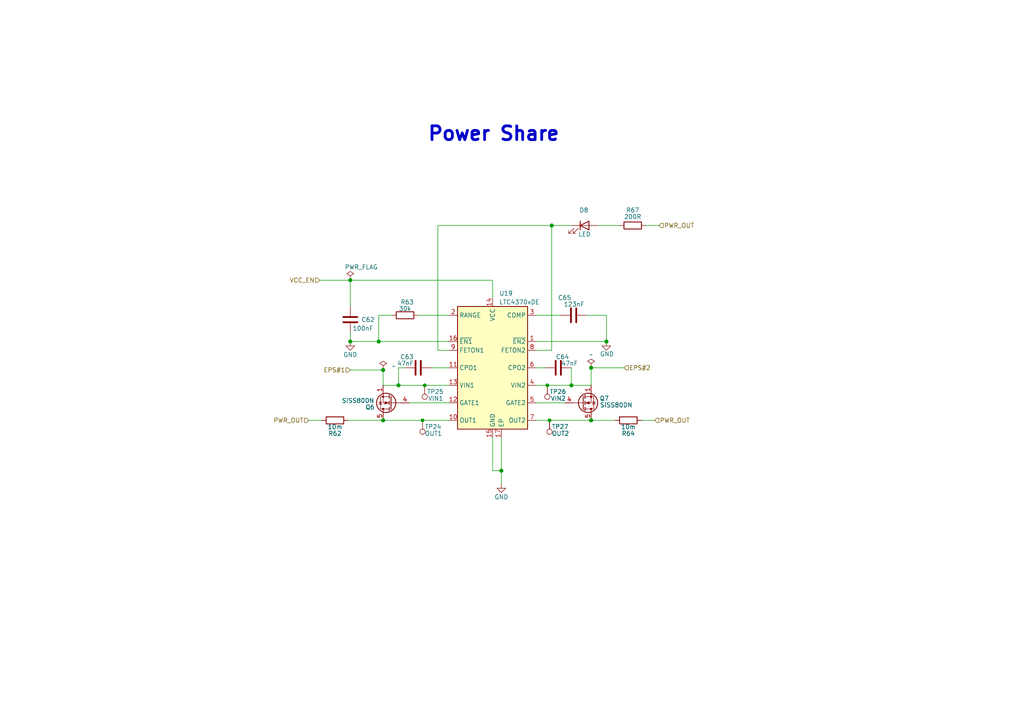
<source format=kicad_sch>
(kicad_sch (version 20211123) (generator eeschema)
  (paper "A4")
  (lib_symbols
    (symbol "Connector:TestPoint" (pin_numbers hide) (pin_names (offset 0.762) hide)
      (property "Reference" "TP" (at 0 6.858 0))
      (property "Value" "TestPoint" (at 0 5.08 0))
      (symbol "TestPoint_0_1"
        (circle (center 0 3.302) (radius 0.762))
      )
      (symbol "TestPoint_1_1"
        (pin passive line (at 0 0 90) (length 2.54) (name "1") (number "1"))
      )
    )
    (symbol "Device:C" (pin_numbers hide) (pin_names (offset 0.254))
      (property "Reference" "C" (at 0.635 2.54 0))
      (property "Value" "C" (at 0.635 -2.54 0))
      (symbol "C_0_1"
        (polyline (pts (xy -2.032 -0.762) (xy 2.032 -0.762)) (stroke (width 0.508)))
        (polyline (pts (xy -2.032 0.762) (xy 2.032 0.762)) (stroke (width 0.508)))
      )
      (symbol "C_1_1"
        (pin passive line (at 0 3.81 270) (length 2.794) (name "~") (number "1"))
        (pin passive line (at 0 -3.81 90) (length 2.794) (name "~") (number "2"))
      )
    )
    (symbol "Device:LED" (pin_numbers hide) (pin_names (offset 1.016) hide)
      (property "Reference" "D" (at 0 2.54 0))
      (property "Value" "LED" (at 0 -2.54 0))
      (symbol "LED_0_1"
        (polyline (pts (xy -1.27 -1.27) (xy -1.27 1.27)) (stroke (width 0.254)))
        (polyline (pts (xy -1.27 0) (xy 1.27 0)))
        (polyline (pts (xy 1.27 -1.27) (xy 1.27 1.27) (xy -1.27 0) (xy 1.27 -1.27)) (stroke (width 0.254)))
        (polyline (pts (xy -3.048 -0.762) (xy -4.572 -2.286) (xy -3.81 -2.286) (xy -4.572 -2.286) (xy -4.572 -1.524)))
        (polyline (pts (xy -1.778 -0.762) (xy -3.302 -2.286) (xy -2.54 -2.286) (xy -3.302 -2.286) (xy -3.302 -1.524)))
      )
      (symbol "LED_1_1"
        (pin passive line (at -3.81 0 0) (length 2.54) (name "K") (number "1"))
        (pin passive line (at 3.81 0 180) (length 2.54) (name "A") (number "2"))
      )
    )
    (symbol "Device:R" (pin_numbers hide) (pin_names (offset 0))
      (property "Reference" "R" (at 2.032 0 90))
      (property "Value" "R" (at 0 0 90))
      (symbol "R_0_1"
        (rectangle (start -1.016 -2.54) (end 1.016 2.54) (stroke (width 0.254)))
      )
      (symbol "R_1_1"
        (pin passive line (at 0 3.81 270) (length 1.27) (name "~") (number "1"))
        (pin passive line (at 0 -3.81 90) (length 1.27) (name "~") (number "2"))
      )
    )
    (symbol "Power_Management:LTC4370xDE"
      (property "Reference" "U" (at -8.89 19.05 0))
      (property "Value" "LTC4370xDE" (at 7.62 19.05 0))
      (symbol "LTC4370xDE_0_1"
        (rectangle (start -10.16 17.78) (end 10.16 -17.78) (stroke (width 0.254)) (fill (type background)))
      )
      (symbol "LTC4370xDE_1_1"
        (pin input line (at 12.7 7.62 180) (length 2.54) (name "~{EN2}") (number "1"))
        (pin input line (at -12.7 -15.24 0) (length 2.54) (name "OUT1") (number "10"))
        (pin passive line (at -12.7 0 0) (length 2.54) (name "CPO1") (number "11"))
        (pin output line (at -12.7 -10.16 0) (length 2.54) (name "GATE1") (number "12"))
        (pin power_in line (at -12.7 -5.08 0) (length 2.54) (name "VIN1") (number "13"))
        (pin power_in line (at 0 20.32 270) (length 2.54) (name "VCC") (number "14"))
        (pin power_in line (at 0 -20.32 90) (length 2.54) (name "GND") (number "15"))
        (pin input line (at -12.7 7.62 0) (length 2.54) (name "~{EN1}") (number "16"))
        (pin passive line (at 2.54 -20.32 90) (length 2.54) (name "EP") (number "17"))
        (pin passive line (at -12.7 15.24 0) (length 2.54) (name "RANGE") (number "2"))
        (pin passive line (at 12.7 15.24 180) (length 2.54) (name "COMP") (number "3"))
        (pin power_in line (at 12.7 -5.08 180) (length 2.54) (name "VIN2") (number "4"))
        (pin output line (at 12.7 -10.16 180) (length 2.54) (name "GATE2") (number "5"))
        (pin passive line (at 12.7 0 180) (length 2.54) (name "CPO2") (number "6"))
        (pin input line (at 12.7 -15.24 180) (length 2.54) (name "OUT2") (number "7"))
        (pin open_collector line (at 12.7 5.08 180) (length 2.54) (name "FETON2") (number "8"))
        (pin open_collector line (at -12.7 5.08 0) (length 2.54) (name "FETON1") (number "9"))
      )
    )
    (symbol "Transistor_FET:SiS454DN" (pin_names hide)
      (property "Reference" "Q" (at 5.08 1.905 0))
      (property "Value" "SiS454DN" (at 5.08 0 0))
      (symbol "SiS454DN_0_1"
        (polyline (pts (xy 0.254 0) (xy -2.54 0)))
        (polyline (pts (xy 0.254 1.905) (xy 0.254 -1.905)) (stroke (width 0.254)))
        (polyline (pts (xy 0.762 -1.27) (xy 0.762 -2.286)) (stroke (width 0.254)))
        (polyline (pts (xy 0.762 0.508) (xy 0.762 -0.508)) (stroke (width 0.254)))
        (polyline (pts (xy 0.762 2.286) (xy 0.762 1.27)) (stroke (width 0.254)))
        (polyline (pts (xy 2.54 2.54) (xy 2.54 1.778)))
        (polyline (pts (xy 2.54 -2.54) (xy 2.54 0) (xy 0.762 0)))
        (polyline (pts (xy 0.762 -1.778) (xy 3.302 -1.778) (xy 3.302 1.778) (xy 0.762 1.778)))
        (polyline (pts (xy 1.016 0) (xy 2.032 0.381) (xy 2.032 -0.381) (xy 1.016 0)) (fill (type outline)))
        (polyline (pts (xy 2.794 0.508) (xy 2.921 0.381) (xy 3.683 0.381) (xy 3.81 0.254)))
        (polyline (pts (xy 3.302 0.381) (xy 2.921 -0.254) (xy 3.683 -0.254) (xy 3.302 0.381)))
        (circle (center 1.651 0) (radius 2.794) (stroke (width 0.254)))
        (circle (center 2.54 -1.778) (radius 0.254) (fill (type outline)))
        (circle (center 2.54 1.778) (radius 0.254) (fill (type outline)))
      )
      (symbol "SiS454DN_1_1"
        (pin passive line (at 2.54 -5.08 90) (length 2.54) (name "S") (number "1"))
        (pin passive line (at 2.54 -5.08 90) (length 2.54) hide (name "S") (number "2"))
        (pin passive line (at 2.54 -5.08 90) (length 2.54) hide (name "S") (number "3"))
        (pin input line (at -5.08 0 0) (length 2.54) (name "G") (number "4"))
        (pin passive line (at 2.54 5.08 270) (length 2.54) (name "D") (number "5"))
      )
    )
    (symbol "power:GND" (power) (pin_names (offset 0))
      (property "Value" "GND" (at 0 -3.81 0))
      (symbol "GND_0_1"
        (polyline (pts (xy 0 0) (xy 0 -1.27) (xy 1.27 -1.27) (xy 0 -2.54) (xy -1.27 -1.27) (xy 0 -1.27)))
      )
      (symbol "GND_1_1"
        (pin power_in line (at 0 0 270) (length 0) hide (name "GND") (number "1"))
      )
    )
    (symbol "power:PWR_FLAG" (power) (pin_numbers hide) (pin_names (offset 0) hide)
      (property "Value" "PWR_FLAG" (at 0 3.81 0))
      (symbol "PWR_FLAG_0_0"
        (pin power_out line (at 0 0 90) (length 0) (name "pwr") (number "1"))
      )
      (symbol "PWR_FLAG_0_1"
        (polyline (pts (xy 0 0) (xy 0 1.27) (xy -1.016 1.905) (xy 0 2.54) (xy 1.016 1.905) (xy 0 1.27)))
      )
    )
  )
  (junction (at 159.385 121.92))
  (junction (at 101.6 99.06) (diameter 1.016))
  (junction (at 111.125 121.92) (diameter 1.016))
  (junction (at 115.57 111.76) (diameter 1.016))
  (junction (at 111.125 107.315) (diameter 1.016))
  (junction (at 109.855 99.06) (diameter 1.016))
  (junction (at 158.75 111.76))
  (junction (at 123.19 111.76))
  (junction (at 171.45 106.68) (diameter 1.016))
  (junction (at 122.555 121.92))
  (junction (at 101.6 81.28) (diameter 1.016))
  (junction (at 145.415 136.525) (diameter 1.016))
  (junction (at 175.895 99.06) (diameter 1.016))
  (junction (at 165.735 111.76) (diameter 1.016))
  (junction (at 160.02 65.405) (diameter 1.016))
  (junction (at 171.45 121.92) (diameter 1.016))
  (wire (pts (xy 122.555 121.92) (xy 130.175 121.92)))
  (wire (pts (xy 101.6 96.52) (xy 101.6 99.06)))
  (wire (pts (xy 159.385 121.92) (xy 171.45 121.92)))
  (wire (pts (xy 155.575 106.68) (xy 158.115 106.68)))
  (wire (pts (xy 165.735 106.68) (xy 165.735 111.76)))
  (wire (pts (xy 145.415 127) (xy 145.415 136.525)))
  (wire (pts (xy 145.415 136.525) (xy 145.415 140.335)))
  (wire (pts (xy 142.875 127) (xy 142.875 136.525)))
  (wire (pts (xy 115.57 106.68) (xy 115.57 111.76)))
  (wire (pts (xy 123.19 111.76) (xy 130.175 111.76)))
  (wire (pts (xy 127 101.6) (xy 127 65.405)))
  (wire (pts (xy 130.175 101.6) (xy 127 101.6)))
  (wire (pts (xy 100.965 121.92) (xy 111.125 121.92)))
  (wire (pts (xy 111.125 121.92) (xy 122.555 121.92)))
  (wire (pts (xy 155.575 91.44) (xy 162.56 91.44)))
  (wire (pts (xy 173.355 65.405) (xy 179.705 65.405)))
  (wire (pts (xy 125.095 106.68) (xy 130.175 106.68)))
  (wire (pts (xy 101.6 81.28) (xy 142.875 81.28)))
  (wire (pts (xy 101.6 88.9) (xy 101.6 81.28)))
  (wire (pts (xy 186.055 121.92) (xy 189.865 121.92)))
  (wire (pts (xy 165.735 65.405) (xy 160.02 65.405)))
  (wire (pts (xy 121.285 91.44) (xy 130.175 91.44)))
  (wire (pts (xy 180.975 106.68) (xy 171.45 106.68)))
  (wire (pts (xy 101.6 99.06) (xy 109.855 99.06)))
  (wire (pts (xy 142.875 136.525) (xy 145.415 136.525)))
  (wire (pts (xy 109.855 91.44) (xy 109.855 99.06)))
  (wire (pts (xy 109.855 99.06) (xy 130.175 99.06)))
  (wire (pts (xy 113.665 91.44) (xy 109.855 91.44)))
  (wire (pts (xy 187.325 65.405) (xy 191.135 65.405)))
  (wire (pts (xy 111.125 107.315) (xy 111.125 111.76)))
  (wire (pts (xy 142.875 86.36) (xy 142.875 81.28)))
  (wire (pts (xy 155.575 99.06) (xy 175.895 99.06)))
  (wire (pts (xy 117.475 106.68) (xy 115.57 106.68)))
  (wire (pts (xy 118.745 116.84) (xy 130.175 116.84)))
  (wire (pts (xy 170.18 91.44) (xy 175.895 91.44)))
  (wire (pts (xy 175.895 91.44) (xy 175.895 99.06)))
  (wire (pts (xy 101.6 107.315) (xy 111.125 107.315)))
  (wire (pts (xy 93.345 121.92) (xy 89.535 121.92)))
  (wire (pts (xy 111.125 111.76) (xy 115.57 111.76)))
  (wire (pts (xy 115.57 111.76) (xy 123.19 111.76)))
  (wire (pts (xy 155.575 101.6) (xy 160.02 101.6)))
  (wire (pts (xy 160.02 65.405) (xy 127 65.405)))
  (wire (pts (xy 160.02 101.6) (xy 160.02 65.405)))
  (wire (pts (xy 155.575 111.76) (xy 158.75 111.76)))
  (wire (pts (xy 165.735 111.76) (xy 171.45 111.76)))
  (wire (pts (xy 92.71 81.28) (xy 101.6 81.28)))
  (wire (pts (xy 171.45 106.68) (xy 171.45 111.76)))
  (wire (pts (xy 155.575 116.84) (xy 163.83 116.84)))
  (wire (pts (xy 155.575 121.92) (xy 159.385 121.92)))
  (wire (pts (xy 171.45 121.92) (xy 178.435 121.92)))
  (wire (pts (xy 158.75 111.76) (xy 165.735 111.76)))
  (text "Power Share" (at 123.825 41.275 0) (effects (font (size 4 4) (thickness 0.8) bold) (justify left bottom)))
  (hierarchical_label "VCC_EN" (shape input) (at 92.71 81.28 180))
  (hierarchical_label "PWR_OUT" (shape input) (at 89.535 121.92 180))
  (hierarchical_label "PWR_OUT" (shape input) (at 189.865 121.92 0))
  (hierarchical_label "PWR_OUT" (shape input) (at 191.135 65.405 0))
  (hierarchical_label "EPS#2" (shape input) (at 180.975 106.68 0))
  (hierarchical_label "EPS#1" (shape input) (at 101.6 107.315 180))
  (symbol (lib_id "Transistor_FET:SiS454DN") (at 113.665 116.84 180) (unit 1)
    (property "Reference" "Q6" (at 107.315 118.11 0))
    (property "Value" "SiSS80DN" (at 108.585 116.205 0) (effects (justify left)))
    (property "Footprint" "Package_SO:Vishay_PowerPAK_1212-8_Single" (effects hide))
    (property "Datasheet" "https://www.vishay.com/docs/66707/sis454dn.pdf" (effects hide))
  )
  (symbol (lib_id "Transistor_FET:SiS454DN") (at 168.91 116.84 0) (mirror x) (unit 1)
    (property "Reference" "Q7" (at 175.26 115.57 0))
    (property "Value" "SiSS80DN" (at 173.99 117.475 0) (effects (justify left)))
    (property "Footprint" "Package_SO:Vishay_PowerPAK_1212-8_Single" (effects hide))
    (property "Datasheet" "https://www.vishay.com/docs/66707/sis454dn.pdf" (effects hide))
  )
  (symbol (lib_id "Device:R") (at 117.475 91.44 90) (unit 1)
    (property "Reference" "R63" (at 118.11 87.63 90))
    (property "Value" "30k" (at 117.475 89.535 90))
    (property "Footprint" "Resistor_SMD:R_0603_1608Metric" (effects hide))
  )
  (symbol (lib_id "Device:C") (at 166.37 91.44 90) (unit 1)
    (property "Reference" "C65" (at 165.7349 86.36 90) (effects (justify left)))
    (property "Value" "123nF" (at 169.545 88.265 90) (effects (justify left)))
    (property "Footprint" "Capacitor_SMD:C_0603_1608Metric" (effects hide))
  )
  (symbol (lib_id "Connector:TestPoint") (at 159.385 121.92 180) (unit 1)
    (property "Reference" "TP27" (at 160.02 123.7614 0) (effects (justify right)))
    (property "Value" "OUT2" (at 162.56 125.73 0))
    (property "Footprint" "TCY_Connector:TestPoint_Pad_D0.5mm" (effects hide))
  )
  (symbol (lib_id "Device:C") (at 101.6 92.71 0) (unit 1)
    (property "Reference" "C62" (at 104.775 92.7099 0) (effects (justify left)))
    (property "Value" "100nF" (at 102.235 95.25 0) (effects (justify left)))
    (property "Footprint" "Capacitor_SMD:C_0603_1608Metric" (effects hide))
  )
  (symbol (lib_id "Device:R") (at 183.515 65.405 90) (unit 1)
    (property "Reference" "R67" (at 183.515 60.96 90))
    (property "Value" "200R" (at 183.515 62.865 90))
    (property "Footprint" "Inductor_SMD:L_0603_1608Metric" (effects hide))
  )
  (symbol (lib_id "Connector:TestPoint") (at 122.555 121.92 180) (unit 1)
    (property "Reference" "TP24" (at 123.19 123.7614 0) (effects (justify right)))
    (property "Value" "OUT1" (at 125.73 125.73 0))
    (property "Footprint" "TCY_Connector:TestPoint_Pad_D0.5mm" (effects hide))
  )
  (symbol (lib_id "power:GND") (at 101.6 99.06 0) (unit 1)
    (property "Reference" "#PWR0196" (effects hide))
    (property "Value" "GND" (at 101.6 102.87 0))
  )
  (symbol (lib_id "power:PWR_FLAG") (at 101.6 81.28 0) (unit 1)
    (property "Reference" "#FLG0111" (effects hide))
    (property "Value" "PWR_FLAG" (at 104.775 77.47 0))
  )
  (symbol (lib_id "Device:R") (at 97.155 121.92 90) (unit 1)
    (property "Reference" "R62" (at 97.155 125.73 90))
    (property "Value" "10m" (at 97.155 123.825 90))
    (property "Footprint" "Resistor_SMD:R_0603_1608Metric" (effects hide))
  )
  (symbol (lib_id "Device:C") (at 161.925 106.68 90) (unit 1)
    (property "Reference" "C64" (at 165.0999 103.505 90) (effects (justify left)))
    (property "Value" "47nF" (at 167.64 105.41 90) (effects (justify left)))
    (property "Footprint" "Capacitor_SMD:C_0603_1608Metric" (effects hide))
  )
  (symbol (lib_id "power:GND") (at 175.895 99.06 0) (unit 1)
    (property "Reference" "#PWR0198" (effects hide))
    (property "Value" "GND" (at 173.99 102.6794 0) (effects (justify left)))
  )
  (symbol (lib_id "power:PWR_FLAG") (at 111.125 107.315 0) (unit 1)
    (property "Reference" "#FLG0110" (effects hide))
    (property "Value" "~" (at 113.665 106.2354 0) (effects (justify left)))
  )
  (symbol (lib_id "Device:R") (at 182.245 121.92 270) (unit 1)
    (property "Reference" "R64" (at 182.245 125.73 90))
    (property "Value" "10m" (at 182.245 123.825 90))
    (property "Footprint" "Resistor_SMD:R_0603_1608Metric" (effects hide))
  )
  (symbol (lib_id "power:PWR_FLAG") (at 171.45 106.68 0) (unit 1)
    (property "Reference" "#FLG0112" (effects hide))
    (property "Value" "~" (at 171.45 102.87 0))
  )
  (symbol (lib_id "Connector:TestPoint") (at 123.19 111.76 180) (unit 1)
    (property "Reference" "TP25" (at 123.825 113.6014 0) (effects (justify right)))
    (property "Value" "VIN1" (at 126.365 115.57 0))
    (property "Footprint" "TCY_Connector:TestPoint_Pad_D0.5mm" (effects hide))
  )
  (symbol (lib_id "Device:LED") (at 169.545 65.405 0) (unit 1)
    (property "Reference" "D8" (at 169.3545 60.96 0))
    (property "Value" "LED" (at 169.545 67.945 0))
    (property "Footprint" "LED_SMD:LED_0603_1608Metric_Pad1.05x0.95mm_HandSolder" (effects hide))
  )
  (symbol (lib_id "Connector:TestPoint") (at 158.75 111.76 180) (unit 1)
    (property "Reference" "TP26" (at 159.385 113.6014 0) (effects (justify right)))
    (property "Value" "VIN2" (at 161.925 115.57 0))
    (property "Footprint" "TCY_Connector:TestPoint_Pad_D0.5mm" (effects hide))
  )
  (symbol (lib_id "Power_Management:LTC4370xDE") (at 142.875 106.68 0) (unit 1)
    (property "Reference" "U19" (at 144.7799 85.09 0) (effects (justify left)))
    (property "Value" "LTC4370xDE" (at 144.7799 87.63 0) (effects (justify left)))
    (property "Footprint" "Package_DFN_QFN:DFN-16-1EP_3x4mm_P0.45mm_EP1.7x3.3mm" (effects hide))
    (property "Datasheet" "https://www.analog.com/media/en/technical-documentation/data-sheets/4370f.pdf" (effects hide))
  )
  (symbol (lib_id "power:GND") (at 145.415 140.335 0) (unit 1)
    (property "Reference" "#PWR0197" (effects hide))
    (property "Value" "GND" (at 145.415 144.145 0))
  )
  (symbol (lib_id "Device:C") (at 121.285 106.68 90) (unit 1)
    (property "Reference" "C63" (at 120.0149 103.505 90) (effects (justify left)))
    (property "Value" "47nF" (at 120.015 105.41 90) (effects (justify left)))
    (property "Footprint" "Capacitor_SMD:C_0603_1608Metric" (effects hide))
  )
)
</source>
